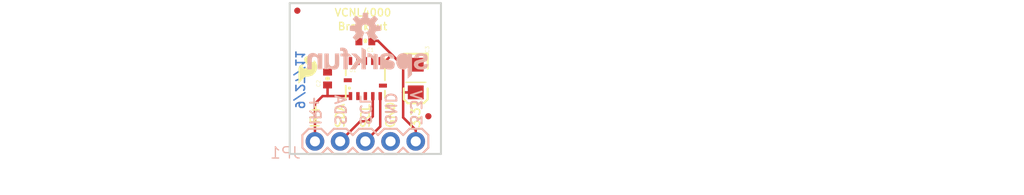
<source format=kicad_pcb>
(kicad_pcb (version 20211014) (generator pcbnew)
  (layers (0 "F.Cu" signal) (31 "B.Cu" signal) (34 "B.Paste" user) (35 "F.Paste" user) (36 "B.SilkS" user "B.Silkscreen") (37 "F.SilkS" user "F.Silkscreen") (38 "B.Mask" user) (39 "F.Mask" user) (44 "Edge.Cuts" user))
  (net 0 "")
  (net 1 "3.3V")
  (net 2 "GND")
  (net 3 "SDA")
  (net 4 "SCL")
  (net 5 "IR+")
  (footprint "boardEagle:SFE-LOGO-FLAME" (layer "F.Cu") (at 141.7701 105.5116)
    (fp_text reference "JP5" hide)
    (fp_text value "LOGO-SFESK" hide)
    (fp_poly (pts (xy 1.126002 -2.808203) (xy 1.215449 -2.785829) (xy 1.228477 -2.780783) (xy 1.240149 -2.774875) (xy 1.25686 -2.766576) (xy 1.275552 -2.759834) (xy 1.371694 -2.7026) (xy 1.3793 -2.7026) (xy 1.3793 -2.6772) (xy 1.306833 -2.6772) (xy 1.208418 -2.657914) (xy 1.074855 -2.495286) (xy 1.079365 -2.436825) (xy 1.12809 -2.341869) (xy 1.204666 -2.265196) (xy 1.294069 -2.200638) (xy 1.369348 -2.168824) (xy 1.450737 -2.171632) (xy 1.458864 -2.174186) (xy 1.466257 -2.177389) (xy 1.530514 -2.236956) (xy 1.5368 -2.259812) (xy 1.5368 -2.377938) (xy 1.763707 -2.148127) (xy 1.868186 -1.856841) (xy 1.871603 -1.856894) (xy 1.87806 -1.650435) (xy 1.848857 -1.45742) (xy 1.785308 -1.272842) (xy 1.6663 -1.061578) (xy 1.6663 -1.080581) (xy 1.378131 -0.80901) (xy 0.982239 -0.6985) (xy 0.753005 -0.6985) (xy 0.716201 -0.692046) (xy 0.681776 -0.679592) (xy 0.496322 -0.541784) (xy -0.0126 0.03091) (xy -0.0126 -1.52077) (xy 0.060004 -1.761967) (xy 0.168295 -1.865489) (xy 0.307122 -1.917522) (xy 0.4039 -1.925089) (xy 0.499384 -1.917623) (xy 0.55991 -1.908099) (xy 0.557788 -1.884433) (xy 0.522216 -1.885242) (xy 0.501784 -1.876141) (xy 0.420519 -1.817154) (xy 0.400722 -1.79067) (xy 0.390395 -1.7285) (xy 0.400905 -1.665229) (xy 0.421405 -1.625174) (xy 0.452343 -1.592685) (xy 0.546535 -1.54355) (xy 0.652229 -1.531742) (xy 0.742768 -1.550084) (xy 0.82422 -1.589656) (xy 0.92203 -1.754659) (xy 0.907706 -1.848844) (xy 0.850914 -1.930401) (xy 0.584707 -2.263237) (xy 0.561667 -2.510855) (xy 0.627495 -2.621556) (xy 0.629042 -2.623103) (xy 0.778901 -2.74712) (xy 1.032676 -2.817064)) (layer "F.SilkS") (width 0) (fill solid))
  )
  (footprint "boardEagle:VCNL4000" (layer "F.Cu") (at 148.5011 105.0036)
    (fp_text reference "U1" (at -1.651 -0.635) (layer "F.SilkS") (effects (font (size 0.373888 0.373888) (thickness 0.032512)) (justify left bottom)))
    (fp_text value "VCNL4000")
    (fp_line (start 1.975 1.225) (end 1.975 1.975) (layer "F.SilkS") (width 0.1778))
    (fp_line (start 1.975 -1.975) (end 1.975 0.175) (layer "F.SilkS") (width 0.1778))
    (fp_line (start -1.975 1.975) (end -1.975 0.725) (layer "F.SilkS") (width 0.1778))
    (fp_line (start -1.975 -0.325) (end -1.975 -1.975) (layer "F.SilkS") (width 0.1778))
    (fp_circle (center -1.61 0.97) (end -1.5152 0.97) (layer "F.SilkS") (width 0.127) (fill none))
    (pad "1" smd rect (at -1.5 1.7725 180) (size 0.35 0.805) (layers "F.Cu" "F.Paste" "F.Mask") (net 5 "IR+"))
    (pad "2" smd rect (at -0.75 1.7725 180) (size 0.35 0.805) (layers "F.Cu" "F.Paste" "F.Mask"))
    (pad "3" smd rect (at 0 1.7725 180) (size 0.35 0.805) (layers "F.Cu" "F.Paste" "F.Mask"))
    (pad "4" smd rect (at 0.75 1.7725 180) (size 0.35 0.805) (layers "F.Cu" "F.Paste" "F.Mask") (net 3 "SDA"))
    (pad "5" smd rect (at 1.5 1.7725 180) (size 0.35 0.805) (layers "F.Cu" "F.Paste" "F.Mask") (net 4 "SCL"))
    (pad "6" smd rect (at 1.7725 0.715 180) (size 0.805 0.4) (layers "F.Cu" "F.Paste" "F.Mask") (net 2 "GND"))
    (pad "7" smd rect (at 1.5 -1.7725 180) (size 0.35 0.805) (layers "F.Cu" "F.Paste" "F.Mask") (net 1 "3.3V"))
    (pad "8" smd rect (at 0.75 -1.7725 180) (size 0.35 0.805) (layers "F.Cu" "F.Paste" "F.Mask"))
    (pad "9" smd rect (at 0 -1.7725 180) (size 0.35 0.805) (layers "F.Cu" "F.Paste" "F.Mask"))
    (pad "10" smd rect (at -0.75 -1.7725 180) (size 0.35 0.805) (layers "F.Cu" "F.Paste" "F.Mask"))
    (pad "11" smd rect (at -1.5 -1.7725 180) (size 0.35 0.805) (layers "F.Cu" "F.Paste" "F.Mask"))
    (pad "12" smd rect (at -1.7725 0.175 180) (size 0.805 0.4) (layers "F.Cu" "F.Paste" "F.Mask") (net 2 "GND"))
  )
  (footprint "boardEagle:MICRO-FIDUCIAL" (layer "F.Cu") (at 141.6431 98.1456)
    (fp_text reference "JP7" hide)
    (fp_text value "FIDUCIALUFIDUCIAL" hide)
    (pad "1" smd roundrect (at 0 0) (size 0.635 0.635) (layers "F.Cu" "F.Mask") (roundrect_rratio 0.5))
  )
  (footprint "boardEagle:STAND-OFF" (layer "F.Cu") (at 143.4211 99.9236)
    (fp_text reference "JP3" hide)
    (fp_text value "STAND-OFF" hide)
    (pad "" np_thru_hole circle (at 0 0) (size 3.302 3.302) (drill 3.302) (layers *.Cu *.Mask))
  )
  (footprint "boardEagle:CREATIVE_COMMONS" (layer "F.Cu") (at 131.9911 116.4336)
    (fp_text reference "U$2" hide)
    (fp_text value "CREATIVE_COMMONS" hide)
  )
  (footprint "boardEagle:STAND-OFF" (layer "F.Cu") (at 153.5811 99.9236)
    (fp_text reference "JP4" hide)
    (fp_text value "STAND-OFF" hide)
    (pad "" np_thru_hole circle (at 0 0) (size 3.302 3.302) (drill 3.302) (layers *.Cu *.Mask))
  )
  (footprint "boardEagle:0402-CAP" (layer "F.Cu") (at 144.6911 105.0036 90)
    (fp_text reference "C2" (at -0.889 -0.6985 90) (layer "F.SilkS") (effects (font (size 0.373888 0.373888) (thickness 0.032512)) (justify left bottom)))
    (fp_text value "0.1uF")
    (fp_line (start 0 -0.0305) (end 0 0.0305) (layer "F.SilkS") (width 0.4064))
    (pad "1" smd rect (at -0.65 0 90) (size 0.7 0.9) (layers "F.Cu" "F.Paste" "F.Mask") (net 5 "IR+"))
    (pad "2" smd rect (at 0.65 0 90) (size 0.7 0.9) (layers "F.Cu" "F.Paste" "F.Mask") (net 2 "GND"))
  )
  (footprint "boardEagle:0402-CAP" (layer "F.Cu") (at 148.5011 101.1936 180)
    (fp_text reference "C1" (at -0.889 -0.6985 180) (layer "F.SilkS") (effects (font (size 0.373888 0.373888) (thickness 0.032512)) (justify right top)))
    (fp_text value "0.1uF")
    (fp_line (start 0 -0.0305) (end 0 0.0305) (layer "F.SilkS") (width 0.4064))
    (pad "1" smd rect (at -0.65 0 180) (size 0.7 0.9) (layers "F.Cu" "F.Paste" "F.Mask") (net 1 "3.3V"))
    (pad "2" smd rect (at 0.65 0 180) (size 0.7 0.9) (layers "F.Cu" "F.Paste" "F.Mask") (net 2 "GND"))
  )
  (footprint "boardEagle:MICRO-FIDUCIAL" (layer "F.Cu") (at 154.8511 108.8136)
    (fp_text reference "JP6" hide)
    (fp_text value "FIDUCIALUFIDUCIAL" hide)
    (pad "1" smd roundrect (at 0 0) (size 0.635 0.635) (layers "F.Cu" "F.Mask") (roundrect_rratio 0.5))
  )
  (footprint "boardEagle:EIA3216" (layer "F.Cu") (at 153.5811 105.0036 -90)
    (fp_text reference "C3" (at -2.54 -1.381 -90) (layer "F.SilkS") (effects (font (size 0.373888 0.373888) (thickness 0.032512)) (justify left bottom)))
    (fp_text value "10uF")
    (fp_line (start -1 1.2) (end -2.5 1.2) (layer "F.SilkS") (width 0.2032))
    (fp_line (start 2.5 0.8) (end 2.5 -0.8) (layer "F.SilkS") (width 0.2032))
    (fp_line (start -2.5 -1.2) (end -1 -1.2) (layer "F.SilkS") (width 0.2032))
    (fp_line (start 1 1.2) (end 2.1 1.2) (layer "F.SilkS") (width 0.2032))
    (fp_line (start -2.5 1.2) (end -2.5 -1.2) (layer "F.SilkS") (width 0.2032))
    (fp_line (start 2.1 1.2) (end 2.5 0.8) (layer "F.SilkS") (width 0.2032))
    (fp_line (start 0.381 -1.016) (end 0.381 1.016) (layer "F.SilkS") (width 0.127))
    (fp_line (start 2.1 -1.2) (end 1 -1.2) (layer "F.SilkS") (width 0.2032))
    (fp_line (start 2.5 -0.8) (end 2.1 -1.2) (layer "F.SilkS") (width 0.2032))
    (pad "A" smd rect (at 1.4 0) (size 1.6 1.4) (layers "F.Cu" "F.Paste" "F.Mask") (net 1 "3.3V"))
    (pad "C" smd rect (at -1.4 0) (size 1.6 1.4) (layers "F.Cu" "F.Paste" "F.Mask") (net 2 "GND"))
  )
  (footprint "boardEagle:OSHW-LOGO-S" (layer "B.Cu") (at 148.5011 99.9236 180)
    (fp_text reference "U$1" hide)
    (fp_text value "OSHW-LOGOS" hide)
    (fp_poly (pts (xy 0.301647 1.061351) (xy 0.42347 1.022344) (xy 0.537177 0.963769) (xy 0.92862 1.282946) (xy 1.282946 0.92862) (xy 0.961035 0.533823) (xy 1.057046 0.302084) (xy 1.5638 0.250561) (xy 1.5638 -0.250561) (xy 1.057046 -0.302084) (xy 0.961035 -0.533823) (xy 1.282946 -0.92862) (xy 0.92862 -1.282946) (xy 0.537177 -0.96377) (xy 0.356601 -1.056794) (xy 0.088679 -0.410073) (xy 0.326262 -0.2176) (xy 0.373649 -0.121468) (xy 0.392729 -0.010339) (xy 0.379464 0.101634) (xy 0.334947 0.205229) (xy 0.262842 0.291918) (xy 0.169087 0.354561) (xy 0.061406 0.387999) (xy -0.051342 0.38948) (xy -0.159868 0.358881) (xy -0.255234 0.298724) (xy -0.329589 0.213962) (xy -0.376813 0.111569) (xy -0.392176 0.005767) (xy -0.322923 -0.222565) (xy -0.249312 -0.303773) (xy 0.091677 -0.5081) (xy -0.12929 -0.5081) (xy -0.355332 -1.053732) (xy -0.506597 -0.983577) (xy -0.538922 -0.965192) (xy -0.92862 -1.282946) (xy -1.282946 -0.92862) (xy -0.961035 -0.533823) (xy -1.057046 -0.302084) (xy -1.5638 -0.250561) (xy -1.5638 0.250561) (xy -1.057046 0.302084) (xy -0.961035 0.533823) (xy -1.282946 0.92862) (xy -0.92862 1.282946) (xy -0.533823 0.961035) (xy -0.302084 1.057046) (xy -0.250561 1.5638) (xy 0.250561 1.5638)) (layer "B.SilkS") (width 0) (fill solid))
  )
  (footprint "boardEagle:SFE-NEW-WEB" (layer "B.Cu") (at 154.8511 105.0036 180)
    (fp_text reference "JP2" hide)
    (fp_text value "LOGO-SFENW2" hide)
    (fp_line (start 11.1379 1.8136) (end 11.1379 0.9449) (layer "B.SilkS") (width 0.0254))
    (fp_line (start 12.1818 2.0091) (end 12.1818 0.955) (layer "B.SilkS") (width 0.0254))
    (fp_line (start 11.1201 2.2962) (end 11.1277 2.2962) (layer "B.SilkS") (width 0.0254))
    (fp_line (start 10.7163 0.9449) (end 10.7163 2.5171) (layer "B.SilkS") (width 0.0254))
    (fp_line (start 10.7163 2.5171) (end 11.1201 2.5171) (layer "B.SilkS") (width 0.0254))
    (fp_line (start 12.1818 0.955) (end 11.7729 0.955) (layer "B.SilkS") (width 0.0254))
    (fp_line (start 11.1201 2.5171) (end 11.1201 2.2962) (layer "B.SilkS") (width 0.0254))
    (fp_line (start 11.1379 0.9449) (end 10.7163 0.9449) (layer "B.SilkS") (width 0.0254))
    (fp_line (start 11.7729 0.955) (end 11.7729 1.9202) (layer "B.SilkS") (width 0.0254))
    (fp_arc (start 11.1684 2.0396) (mid 11.146105 1.962214) (end 11.1379 1.8821) (layer "B.SilkS") (width 0.0254))
    (fp_arc (start 12.1488 2.232699) (mid 12.104013 2.336521) (end 12.0345 2.4257) (layer "B.SilkS") (width 0.0254))
    (fp_arc (start 11.7145 2.1311) (mid 11.664346 2.1894) (end 11.5976 2.2276) (layer "B.SilkS") (width 0.0254))
    (fp_arc (start 11.2598 2.1692) (mid 11.206137 2.110016) (end 11.1684 2.0396) (layer "B.SilkS") (width 0.0254))
    (fp_arc (start 12.0345 2.425699) (mid 11.911985 2.51116) (end 11.7678 2.5502) (layer "B.SilkS") (width 0.0254))
    (fp_arc (start 11.1862 2.3571) (mid 11.172158 2.338081) (end 11.1582 2.319) (layer "B.SilkS") (width 0.0254))
    (fp_arc (start 11.7678 2.5502) (mid 11.667584 2.556058) (end 11.5672 2.5552) (layer "B.SilkS") (width 0.0254))
    (fp_arc (start 11.5672 2.5552) (mid 11.411238 2.523841) (end 11.2725 2.446) (layer "B.SilkS") (width 0.0254))
    (fp_arc (start 11.4198 2.2327) (mid 11.334441 2.214452) (end 11.259799 2.1692) (layer "B.SilkS") (width 0.0254))
    (fp_arc (start 11.7729 1.9202) (mid 11.758038 2.02962) (end 11.7145 2.1311) (layer "B.SilkS") (width 0.0254))
    (fp_arc (start 11.2725 2.446) (mid 11.226399 2.404414) (end 11.1862 2.3571) (layer "B.SilkS") (width 0.0254))
    (fp_arc (start 11.1379 1.8821) (mid 11.137681 1.84785) (end 11.1379 1.8136) (layer "B.SilkS") (width 0.0254))
    (fp_arc (start 12.1818 2.0091) (mid 12.172765 2.122002) (end 12.1488 2.2327) (layer "B.SilkS") (width 0.0254))
    (fp_arc (start 11.4198 2.2327) (mid 11.475702 2.235165) (end 11.5316 2.2377) (layer "B.SilkS") (width 0.0254))
    (fp_arc (start 11.1455 2.3038) (mid 11.152103 2.311188) (end 11.1582 2.319) (layer "B.SilkS") (width 0.0254))
    (fp_arc (start 11.1277 2.2962) (mid 11.137379 2.298176) (end 11.1455 2.3038) (layer "B.SilkS") (width 0.0254))
    (fp_arc (start 11.5976 2.2276) (mid 11.565101 2.235925) (end 11.5316 2.2377) (layer "B.SilkS") (width 0.0254))
    (fp_poly (pts (xy 6.1316 2.557116) (xy 6.1316 2.1463) (xy 6.115783 2.1463) (xy 6.10653 2.147054) (xy 6.097893 2.149211) (xy 6.068387 2.157247) (xy 6.038922 2.161538) (xy 5.96265 2.16474) (xy 5.887609 2.16159) (xy 5.731931 2.107297) (xy 5.637642 2.018651) (xy 5.577302 1.903423) (xy 5.5499 1.736362) (xy 5.5499 0.9423) (xy 5.107878 0.9423) (xy 5.110519 2.454146) (xy 5.522 2.527255) (xy 5.522 2.234211) (xy 5.526569 2.235704) (xy 5.544428 2.262537) (xy 5.578841 2.314524) (xy 5.613758 2.367854) (xy 5.686736 2.438162) (xy 5.778008 2.498223) (xy 5.979984 2.565515)) (layer "B.SilkS") (width 0) (fill solid))
    (fp_poly (pts (xy 4.444983 2.544915) (xy 4.588724 2.501712) (xy 4.72259 2.430523) (xy 4.844814 2.271666) (xy 4.859671 2.1819) (xy 4.8616 2.1819) (xy 4.8616 1.6891) (xy 4.864173 1.6891) (xy 4.861603 1.242544) (xy 4.871819 1.108765) (xy 4.906709 0.979276) (xy 4.920484 0.9423) (xy 4.495275 0.9423) (xy 4.477494 0.951279) (xy 4.472002 0.970735) (xy 4.468249 0.985133) (xy 4.446292 1.084946) (xy 4.440321 1.089528) (xy 4.438946 1.088886) (xy 4.309064 0.98859) (xy 4.153188 0.927249) (xy 3.824183 0.906712) (xy 3.683825 0.938256) (xy 3.554173 1.000134) (xy 3.486826 1.05665) (xy 3.437273 1.130532) (xy 3.3807 1.444163) (xy 3.3807 1.446675) (xy 3.401941 1.543624) (xy 3.446308 1.632822) (xy 3.527788 1.722902) (xy 3.632416 1.784766) (xy 3.937258 1.861632) (xy 4.048648 1.873601) (xy 4.159032 1.884616) (xy 4.224808 1.893434) (xy 4.289167 1.907055) (xy 4.336271 1.923637) (xy 4.379043 1.948303) (xy 4.407461 1.974391) (xy 4.413402 1.982997) (xy 4.4171 1.991455) (xy 4.4171 2.14983) (xy 4.358226 2.232254) (xy 4.254396 2.270917) (xy 4.188033 2.274326) (xy 4.120968 2.275774) (xy 4.006679 2.25395) (xy 3.883049 2.131716) (xy 3.8659 2.045941) (xy 3.8659 2.0295) (xy 3.429 2.0295) (xy 3.429 2.040006) (xy 3.418965 2.041638) (xy 3.439259 2.166448) (xy 3.491292 2.283494) (xy 3.571378 2.383462) (xy 3.674008 2.459597) (xy 3.791998 2.513469) (xy 3.916944 2.547448) (xy 4.18103 2.571338)) (layer "B.SilkS") (width 0) (fill solid))
    (fp_poly (pts (xy 1.201557 2.290098) (xy 1.414074 2.156268) (xy 1.42383 2.065) (xy 1.01008 2.065) (xy 1.00135 2.126336) (xy 0.936084 2.220524) (xy 0.871818 2.257603) (xy 0.798545 2.2758) (xy 0.628591 2.2758) (xy 0.583991 2.267366) (xy 0.541641 2.251683) (xy 0.51157 2.232098) (xy 0.488615 2.205726) (xy 0.469153 2.152745) (xy 0.474605 2.097619) (xy 0.521549 2.031824) (xy 0.664468 1.962838) (xy 0.866638 1.922444) (xy 1.206678 1.822687) (xy 1.354318 1.729494) (xy 1.389578 1.692366) (xy 1.416579 1.648151) (xy 1.460229 1.440208) (xy 1.447804 1.4376) (xy 1.460484 1.436955) (xy 1.457817 1.384541) (xy 1.452657 1.33034) (xy 1.371775 1.140043) (xy 1.14885 0.969822) (xy 1.013381 0.927267) (xy 0.74708 0.904177) (xy 0.617383 0.909691) (xy 0.487493 0.922202) (xy 0.306845 0.984179) (xy 0.185213 1.061804) (xy 0.109225 1.132023) (xy 0.056988 1.2215) (xy 0.013059 1.350644) (xy 0.002577 1.410659) (xy -0.00152 1.469003) (xy 0.738195 1.10308) (xy 1.120535 1.189415) (xy 1.224069 1.497645) (xy 0.809011 1.723764) (xy 0.364394 1.98847) (xy 0.308075 2.310537) (xy 0.741882 2.423672)) (layer "B.SilkS") (width 0) (fill solid))
    (fp_poly (pts (xy 9.4234 1.520809) (xy 9.472888 1.359974) (xy 9.516069 1.308185) (xy 9.573108 1.271734) (xy 9.714103 1.241374) (xy 9.853529 1.268908) (xy 10.003067 1.442966) (xy 10.033 1.684784) (xy 10.033 2.5273) (xy 10.48 2.5273) (xy 10.48 0.9398) (xy 10.0533 0.9398) (xy 10.0533 1.159713) (xy 9.961626 1.051965) (xy 9.823848 0.946774) (xy 9.797269 0.933513) (xy 9.76873 0.924761) (xy 9.46843 0.899096) (xy 9.311419 0.929258) (xy 9.173895 1.0008) (xy 9.172522 1.0008) (xy 9.155194 1.014756) (xy 9.141833 1.028106) (xy 9.055991 1.150842) (xy 9.0022 1.291099) (xy 8.984 1.439423) (xy 8.984 2.5324) (xy 9.4234 2.5324)) (layer "B.SilkS") (width 0) (fill solid))
    (fp_poly (pts (xy 0.803285 2.567895) (xy 0.944243 2.553799) (xy 1.081508 2.516334) (xy 1.193542 2.461399) (xy 1.291841 2.383865) (xy 1.357039 2.297824) (xy 1.377068 2.257603) (xy 1.393653 2.216867) (xy 1.417283 2.151914) (xy 1.353784 2.105111) (xy 1.152335 2.254241) (xy 0.736496 2.387002) (xy 0.372563 2.277101) (xy 0.417885 2.019712) (xy 1.241556 1.540676) (xy 1.263422 1.497067) (xy 1.147655 1.152457) (xy 0.724605 1.058492) (xy -0.038666 1.4605) (xy 0.4115 1.4605) (xy 0.4115 1.443466) (xy 0.420402 1.369907) (xy 0.454647 1.305856) (xy 0.524204 1.243359) (xy 0.610838 1.206018) (xy 0.637726 1.200933) (xy 0.665996 1.198897) (xy 0.7328 1.198389) (xy 0.79791 1.198884) (xy 0.968129 1.258019) (xy 1.007666 1.302193) (xy 1.028603 1.358428) (xy 1.025789 1.425439) (xy 0.995864 1.485288) (xy 0.943734 1.527918) (xy 0.715431 1.605731) (xy 0.533161 1.644154) (xy 0.351479 1.692254) (xy 0.230117 1.743632) (xy 0.122357 1.822697) (xy 0.0457 1.960096) (xy 0.0457 1.963141) (xy 0.038572 2.135467) (xy 0.0838 2.300409) (xy 0.0838 2.303445) (xy 0.206233 2.444416) (xy 0.620397 2.567885) (xy 0.71245 2.568634)) (layer "B.SilkS") (width 0) (fill solid))
    (fp_poly (pts (xy 6.7335 1.97376) (xy 7.284539 2.5248) (xy 7.78835 2.5248) (xy 7.197009 1.946483) (xy 7.869909 0.937183) (xy 7.330929 0.939835) (xy 6.903958 1.643716) (xy 6.7386 1.483032) (xy 6.7386 0.9296) (xy 6.306639 0.9296) (xy 6.2941 0.942139) (xy 6.2941 2.887776) (xy 6.7335 3.138467)) (layer "B.SilkS") (width 0) (fill solid))
    (fp_poly (pts (xy 11.770768 2.56283) (xy 12.043428 2.435548) (xy 12.160999 2.237024) (xy 12.1945 2.010032) (xy 12.1945 0.9423) (xy 11.7602 0.9423) (xy 11.7602 1.918474) (xy 11.70302 2.124971) (xy 11.656141 2.179464) (xy 11.593345 2.215403) (xy 11.53092 2.224956) (xy 11.476269 2.222478) (xy 11.422495 2.220106) (xy 11.268 2.158791) (xy 11.18035 2.034508) (xy 11.1506 1.880883) (xy 11.1506 0.9322) (xy 10.7036 0.9322) (xy 10.7036 2.5298) (xy 11.1328 2.5298) (xy 11.1328 2.310454) (xy 11.136857 2.313263) (xy 11.148195 2.326834) (xy 11.161924 2.345602) (xy 11.176241 2.364992) (xy 11.217267 2.413279) (xy 11.265048 2.456381) (xy 11.406772 2.535896) (xy 11.566093 2.567932)) (layer "B.SilkS") (width 0) (fill solid))
    (fp_poly (pts (xy 8.809435 3.119895) (xy 8.875117 3.1166) (xy 8.89 3.1166) (xy 8.89 2.7889) (xy 8.869112 2.7889) (xy 8.841108 2.7915) (xy 8.660351 2.7915) (xy 8.587936 2.740064) (xy 8.571192 2.699602) (xy 8.5649 2.653436) (xy 8.5649 2.5273) (xy 8.8621 2.5273) (xy 8.8621 2.2352) (xy 8.5623 2.2352) (xy 8.5623 0.9322) (xy 8.1204 0.9322) (xy 8.1204 2.232779) (xy 7.70383 2.235391) (xy 7.995739 2.5273) (xy 8.1255 2.5273) (xy 8.1255 2.560826) (xy 8.143432 2.77702) (xy 8.219199 2.938937) (xy 8.324367 3.032939) (xy 8.449534 3.095959) (xy 8.586403 3.1242) (xy 8.743112 3.1242)) (layer "B.SilkS") (width 0) (fill solid))
    (fp_poly (pts (xy 2.834651 2.506079) (xy 2.92707 2.450683) (xy 3.011605 2.383731) (xy 3.1267 2.221709) (xy 3.1267 2.263503) (xy 3.219434 1.972794) (xy 3.236098 1.526727) (xy 3.068933 1.135798) (xy 2.975978 1.041462) (xy 2.864973 0.970996) (xy 2.740356 0.92713) (xy 2.372489 0.922) (xy 2.370226 0.922) (xy 2.254471 0.962806) (xy 2.0828 1.127587) (xy 2.0828 -0.010757) (xy 1.6434 0.385552) (xy 1.6434 2.45912) (xy 2.057593 2.537568) (xy 2.055012 2.330538) (xy 2.068304 2.345345) (xy 2.15812 2.442839) (xy 2.234107 2.497896) (xy 2.368681 2.552194) (xy 2.419192 2.562883) (xy 2.620347 2.565422)) (layer "B.SilkS") (width 0) (fill solid))
  )
  (footprint "boardEagle:1X05" (layer "B.Cu") (at 143.4211 111.3536)
    (fp_text reference "JP1" (at -1.3462 1.8288 180) (layer "B.SilkS") (effects (font (size 1.143 1.143) (thickness 0.127)) (justify left bottom mirror)))
    (fp_text value "")
    (fp_line (start 3.175 1.27) (end 3.81 0.635) (layer "B.SilkS") (width 0.2032))
    (fp_line (start 8.89 0.635) (end 9.525 1.27) (layer "B.SilkS") (width 0.2032))
    (fp_line (start 1.905 -1.27) (end 1.27 -0.635) (layer "B.SilkS") (width 0.2032))
    (fp_line (start 6.985 1.27) (end 6.35 0.635) (layer "B.SilkS") (width 0.2032))
    (fp_line (start 6.985 1.27) (end 8.255 1.27) (layer "B.SilkS") (width 0.2032))
    (fp_line (start -1.27 -0.635) (end -0.635 -1.27) (layer "B.SilkS") (width 0.2032))
    (fp_line (start 0.635 -1.27) (end -0.635 -1.27) (layer "B.SilkS") (width 0.2032))
    (fp_line (start 3.81 -0.635) (end 3.175 -1.27) (layer "B.SilkS") (width 0.2032))
    (fp_line (start 1.27 0.635) (end 1.905 1.27) (layer "B.SilkS") (width 0.2032))
    (fp_line (start 4.445 -1.27) (end 3.81 -0.635) (layer "B.SilkS") (width 0.2032))
    (fp_line (start 3.81 0.635) (end 4.445 1.27) (layer "B.SilkS") (width 0.2032))
    (fp_line (start 10.795 1.27) (end 11.43 0.635) (layer "B.SilkS") (width 0.2032))
    (fp_line (start -0.635 1.27) (end 0.635 1.27) (layer "B.SilkS") (width 0.2032))
    (fp_line (start 9.525 -1.27) (end 8.89 -0.635) (layer "B.SilkS") (width 0.2032))
    (fp_line (start 6.35 -0.635) (end 6.985 -1.27) (layer "B.SilkS") (width 0.2032))
    (fp_line (start 5.715 1.27) (end 6.35 0.635) (layer "B.SilkS") (width 0.2032))
    (fp_line (start 3.175 -1.27) (end 1.905 -1.27) (layer "B.SilkS") (width 0.2032))
    (fp_line (start 8.255 -1.27) (end 6.985 -1.27) (layer "B.SilkS") (width 0.2032))
    (fp_line (start 5.715 -1.27) (end 4.445 -1.27) (layer "B.SilkS") (width 0.2032))
    (fp_line (start 8.255 1.27) (end 8.89 0.635) (layer "B.SilkS") (width 0.2032))
    (fp_line (start 11.43 -0.635) (end 10.795 -1.27) (layer "B.SilkS") (width 0.2032))
    (fp_line (start 4.445 1.27) (end 5.715 1.27) (layer "B.SilkS") (width 0.2032))
    (fp_line (start 0.635 1.27) (end 1.27 0.635) (layer "B.SilkS") (width 0.2032))
    (fp_line (start -1.27 0.635) (end -1.27 -0.635) (layer "B.SilkS") (width 0.2032))
    (fp_line (start 8.89 -0.635) (end 8.255 -1.27) (layer "B.SilkS") (width 0.2032))
    (fp_line (start 6.35 -0.635) (end 5.715 -1.27) (layer "B.SilkS") (width 0.2032))
    (fp_line (start 10.795 -1.27) (end 9.525 -1.27) (layer "B.SilkS") (width 0.2032))
    (fp_line (start 11.43 0.635) (end 11.43 -0.635) (layer "B.SilkS") (width 0.2032))
    (fp_line (start -0.635 1.27) (end -1.27 0.635) (layer "B.SilkS") (width 0.2032))
    (fp_line (start 1.27 -0.635) (end 0.635 -1.27) (layer "B.SilkS") (width 0.2032))
    (fp_line (start 9.525 1.27) (end 10.795 1.27) (layer "B.SilkS") (width 0.2032))
    (fp_line (start 1.905 1.27) (end 3.175 1.27) (layer "B.SilkS") (width 0.2032))
    (pad "1" thru_hole circle (at 0 0 270) (size 1.8796 1.8796) (drill 1.016) (layers *.Cu *.Mask) (net 5 "IR+"))
    (pad "2" thru_hole circle (at 2.54 0 270) (size 1.8796 1.8796) (drill 1.016) (layers *.Cu *.Mask) (net 3 "SDA"))
    (pad "3" thru_hole circle (at 5.08 0 270) (size 1.8796 1.8796) (drill 1.016) (layers *.Cu *.Mask) (net 4 "SCL"))
    (pad "4" thru_hole circle (at 7.62 0 270) (size 1.8796 1.8796) (drill 1.016) (layers *.Cu *.Mask) (net 2 "GND"))
    (pad "5" thru_hole circle (at 10.16 0 270) (size 1.8796 1.8796) (drill 1.016) (layers *.Cu *.Mask) (net 1 "3.3V"))
  )
  (gr_line (start 140.8811 112.6236) (end 140.8811 97.3836) (layer "Edge.Cuts") (width 0.2032))
  (gr_line (start 156.1211 97.3836) (end 156.1211 112.6236) (layer "Edge.Cuts") (width 0.2032))
  (gr_line (start 140.8811 97.3836) (end 156.1211 97.3836) (layer "Edge.Cuts") (width 0.2032))
  (gr_line (start 156.1211 112.6236) (end 140.8811 112.6236) (layer "Edge.Cuts") (width 0.2032))
  (gr_text "9/27/11" (at 141.3891 108.1786 -90) (layer "B.Cu") (effects (font (size 0.8636 0.8636) (thickness 0.1524)) (justify left bottom mirror)))
  (gr_text "SDA" (at 145.3261 109.8296 -90) (layer "B.SilkS") (effects (font (size 1.0795 1.0795) (thickness 0.1905)) (justify left bottom mirror)))
  (gr_text "3.3V" (at 152.9461 109.8296 -90) (layer "B.SilkS") (effects (font (size 1.0795 1.0795) (thickness 0.1905)) (justify left bottom mirror)))
  (gr_text "IR+" (at 142.7861 109.8296 -90) (layer "B.SilkS") (effects (font (size 1.0795 1.0795) (thickness 0.1905)) (justify left bottom mirror)))
  (gr_text "SCL" (at 147.8661 109.8296 -90) (layer "B.SilkS") (effects (font (size 1.0795 1.0795) (thickness 0.1905)) (justify left bottom mirror)))
  (gr_text "GND" (at 150.4061 109.8296 -90) (layer "B.SilkS") (effects (font (size 1.0795 1.0795) (thickness 0.1905)) (justify left bottom mirror)))
  (gr_text "VCNL4000" (at 145.3261 98.7806) (layer "F.SilkS") (effects (font (size 0.75565 0.75565) (thickness 0.13335)) (justify left bottom)))
  (gr_text "IR+" (at 143.9291 110.0836 90) (layer "F.SilkS") (effects (font (size 0.8636 0.8636) (thickness 0.1524)) (justify left bottom)))
  (gr_text "SCL" (at 149.0091 110.0836 90) (layer "F.SilkS") (effects (font (size 0.8636 0.8636) (thickness 0.1524)) (justify left bottom)))
  (gr_text "3.3" (at 154.0891 110.0836 90) (layer "F.SilkS") (effects (font (size 0.8636 0.8636) (thickness 0.1524)) (justify left bottom)))
  (gr_text "SDA" (at 146.4691 110.0836 90) (layer "F.SilkS") (effects (font (size 0.8636 0.8636) (thickness 0.1524)) (justify left bottom)))
  (gr_text "GND" (at 151.5491 110.0836 90) (layer "F.SilkS") (effects (font (size 0.8636 0.8636) (thickness 0.1524)) (justify left bottom)))
  (gr_text "Breakout" (at 145.6436 100.1776) (layer "F.SilkS") (effects (font (size 0.75565 0.75565) (thickness 0.13335)) (justify left bottom)))
  (segment (start 152.3111 108.9406) (end 152.3111 106.4006) (width 0.254) (layer "F.Cu") (net 1))
  (segment (start 152.3141 106.4036) (end 153.5811 106.4036) (width 0.254) (layer "F.Cu") (net 1))
  (segment (start 150.5386 103.2311) (end 150.0011 103.2311) (width 0.254) (layer "F.Cu") (net 1))
  (segment (start 151.2316 102.6541) (end 149.7711 101.1936) (width 0.254) (layer "F.Cu") (net 1))
  (segment (start 151.1156 102.6541) (end 150.5386 103.2311) (width 0.254) (layer "F.Cu") (net 1))
  (segment (start 151.2316 102.6541) (end 151.1156 102.6541) (width 0.254) (layer "F.Cu") (net 1))
  (segment (start 152.3111 103.7336) (end 151.2316 102.6541) (width 0.254) (layer "F.Cu") (net 1))
  (segment (start 153.5811 111.3536) (end 153.5811 110.2106) (width 0.254) (layer "F.Cu") (net 1))
  (segment (start 152.3111 106.4006) (end 152.3141 106.4036) (width 0.254) (layer "F.Cu") (net 1))
  (segment (start 152.3111 106.4006) (end 152.3111 103.7336) (width 0.254) (layer "F.Cu") (net 1))
  (segment (start 149.7711 101.1936) (end 149.1511 101.1936) (width 0.254) (layer "F.Cu") (net 1))
  (segment (start 153.5811 110.2106) (end 152.3111 108.9406) (width 0.254) (layer "F.Cu") (net 1))
  (segment (start 148.7551 109.3216) (end 149.2511 108.8256) (width 0.254) (layer "F.Cu") (net 3))
  (segment (start 145.9611 111.3536) (end 147.9931 109.3216) (width 0.254) (layer "F.Cu") (net 3))
  (segment (start 147.9931 109.3216) (end 148.7551 109.3216) (width 0.254) (layer "F.Cu") (net 3))
  (segment (start 149.2511 108.8256) (end 149.2511 106.7761) (width 0.254) (layer "F.Cu") (net 3))
  (segment (start 150.0011 109.8536) (end 150.0011 106.7761) (width 0.254) (layer "F.Cu") (net 4))
  (segment (start 148.5011 111.3536) (end 150.0011 109.8536) (width 0.254) (layer "F.Cu") (net 4))
  (segment (start 143.4211 107.5436) (end 144.1886 106.7761) (width 0.254) (layer "F.Cu") (net 5))
  (segment (start 144.6911 106.7761) (end 144.6911 105.6536) (width 0.254) (layer "F.Cu") (net 5))
  (segment (start 144.1886 106.7761) (end 144.6911 106.7761) (width 0.254) (layer "F.Cu") (net 5))
  (segment (start 143.4211 111.3536) (end 143.4211 107.5436) (width 0.254) (layer "F.Cu") (net 5))
  (segment (start 144.6911 106.7761) (end 147.0011 106.7761) (width 0.254) (layer "F.Cu") (net 5))
)
</source>
